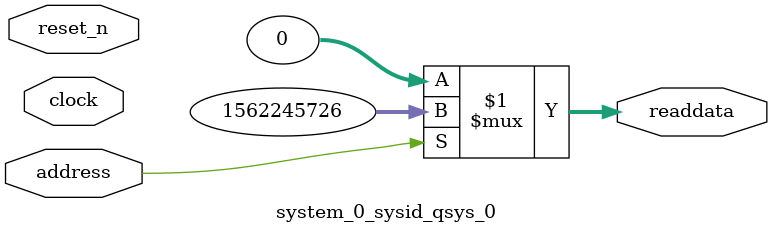
<source format=v>

`timescale 1ns / 1ps
// synthesis translate_on

// turn off superfluous verilog processor warnings 
// altera message_level Level1 
// altera message_off 10034 10035 10036 10037 10230 10240 10030 

module system_0_sysid_qsys_0 (
               // inputs:
                address,
                clock,
                reset_n,

               // outputs:
                readdata
             )
;

  output  [ 31: 0] readdata;
  input            address;
  input            clock;
  input            reset_n;

  wire    [ 31: 0] readdata;
  //control_slave, which is an e_avalon_slave
  assign readdata = address ? 1562245726 : 0;

endmodule




</source>
